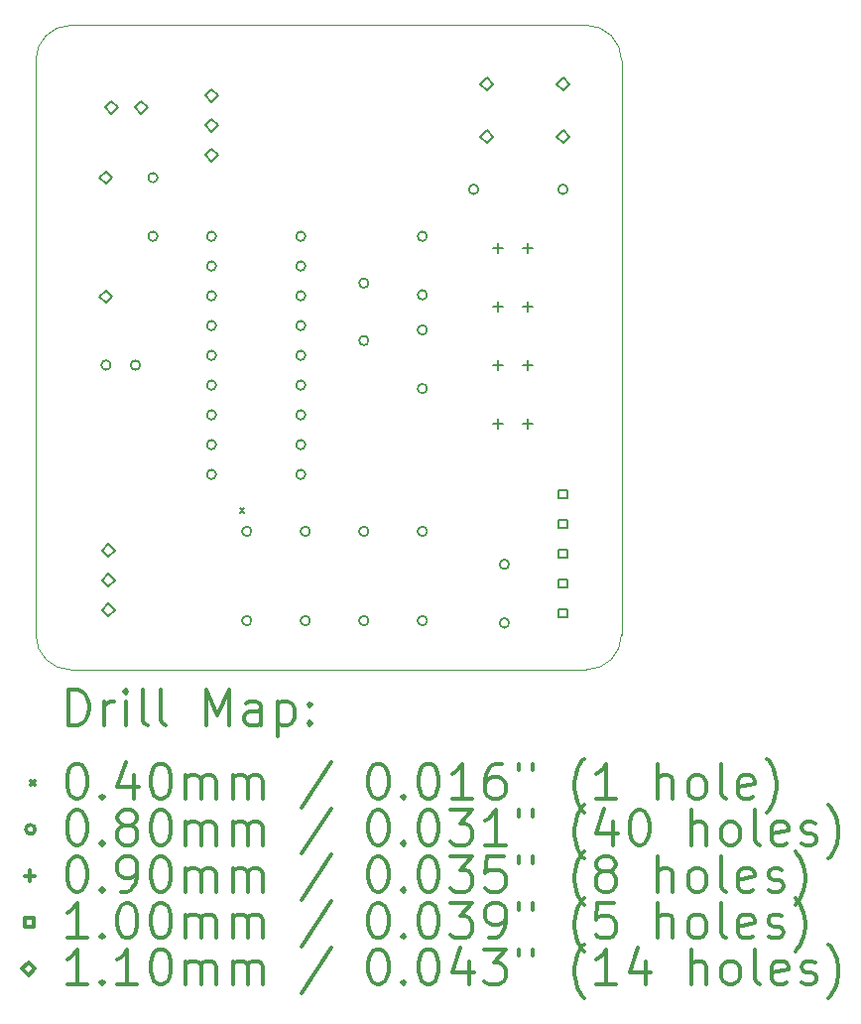
<source format=gbr>
%FSLAX45Y45*%
G04 Gerber Fmt 4.5, Leading zero omitted, Abs format (unit mm)*
G04 Created by KiCad (PCBNEW (5.1.9)-1) date 2021-08-22 04:22:46*
%MOMM*%
%LPD*%
G01*
G04 APERTURE LIST*
%TA.AperFunction,Profile*%
%ADD10C,0.100000*%
%TD*%
%ADD11C,0.200000*%
%ADD12C,0.300000*%
G04 APERTURE END LIST*
D10*
X11680000Y-11280000D02*
X11680000Y-6380000D01*
X16380000Y-11580000D02*
X11980000Y-11580000D01*
X11980000Y-6080000D02*
G75*
G03*
X11680000Y-6380000I0J-300000D01*
G01*
X16680000Y-6380000D02*
G75*
G03*
X16380000Y-6080000I-300000J0D01*
G01*
X11980000Y-6080000D02*
X16380000Y-6080000D01*
X16680000Y-11280000D02*
G75*
G02*
X16380000Y-11580000I-300000J0D01*
G01*
X16680000Y-6380000D02*
X16680000Y-11280000D01*
X11680000Y-11280000D02*
G75*
G03*
X11980000Y-11580000I300000J0D01*
G01*
D11*
X13420000Y-10200000D02*
X13460000Y-10240000D01*
X13460000Y-10200000D02*
X13420000Y-10240000D01*
X12320000Y-8980000D02*
G75*
G03*
X12320000Y-8980000I-40000J0D01*
G01*
X12570000Y-8980000D02*
G75*
G03*
X12570000Y-8980000I-40000J0D01*
G01*
X12720000Y-7380000D02*
G75*
G03*
X12720000Y-7380000I-40000J0D01*
G01*
X12720000Y-7880000D02*
G75*
G03*
X12720000Y-7880000I-40000J0D01*
G01*
X13220000Y-7880000D02*
G75*
G03*
X13220000Y-7880000I-40000J0D01*
G01*
X13220000Y-8134000D02*
G75*
G03*
X13220000Y-8134000I-40000J0D01*
G01*
X13220000Y-8388000D02*
G75*
G03*
X13220000Y-8388000I-40000J0D01*
G01*
X13220000Y-8642000D02*
G75*
G03*
X13220000Y-8642000I-40000J0D01*
G01*
X13220000Y-8896000D02*
G75*
G03*
X13220000Y-8896000I-40000J0D01*
G01*
X13220000Y-9150000D02*
G75*
G03*
X13220000Y-9150000I-40000J0D01*
G01*
X13220000Y-9404000D02*
G75*
G03*
X13220000Y-9404000I-40000J0D01*
G01*
X13220000Y-9658000D02*
G75*
G03*
X13220000Y-9658000I-40000J0D01*
G01*
X13220000Y-9912000D02*
G75*
G03*
X13220000Y-9912000I-40000J0D01*
G01*
X13520000Y-10398000D02*
G75*
G03*
X13520000Y-10398000I-40000J0D01*
G01*
X13520000Y-11160000D02*
G75*
G03*
X13520000Y-11160000I-40000J0D01*
G01*
X13982000Y-7880000D02*
G75*
G03*
X13982000Y-7880000I-40000J0D01*
G01*
X13982000Y-8134000D02*
G75*
G03*
X13982000Y-8134000I-40000J0D01*
G01*
X13982000Y-8388000D02*
G75*
G03*
X13982000Y-8388000I-40000J0D01*
G01*
X13982000Y-8642000D02*
G75*
G03*
X13982000Y-8642000I-40000J0D01*
G01*
X13982000Y-8896000D02*
G75*
G03*
X13982000Y-8896000I-40000J0D01*
G01*
X13982000Y-9150000D02*
G75*
G03*
X13982000Y-9150000I-40000J0D01*
G01*
X13982000Y-9404000D02*
G75*
G03*
X13982000Y-9404000I-40000J0D01*
G01*
X13982000Y-9658000D02*
G75*
G03*
X13982000Y-9658000I-40000J0D01*
G01*
X13982000Y-9912000D02*
G75*
G03*
X13982000Y-9912000I-40000J0D01*
G01*
X14020000Y-10398000D02*
G75*
G03*
X14020000Y-10398000I-40000J0D01*
G01*
X14020000Y-11160000D02*
G75*
G03*
X14020000Y-11160000I-40000J0D01*
G01*
X14520000Y-8280000D02*
G75*
G03*
X14520000Y-8280000I-40000J0D01*
G01*
X14520000Y-8770000D02*
G75*
G03*
X14520000Y-8770000I-40000J0D01*
G01*
X14520000Y-10398000D02*
G75*
G03*
X14520000Y-10398000I-40000J0D01*
G01*
X14520000Y-11160000D02*
G75*
G03*
X14520000Y-11160000I-40000J0D01*
G01*
X15020000Y-7880000D02*
G75*
G03*
X15020000Y-7880000I-40000J0D01*
G01*
X15020000Y-8380000D02*
G75*
G03*
X15020000Y-8380000I-40000J0D01*
G01*
X15020000Y-8680000D02*
G75*
G03*
X15020000Y-8680000I-40000J0D01*
G01*
X15020000Y-9180000D02*
G75*
G03*
X15020000Y-9180000I-40000J0D01*
G01*
X15020000Y-10398000D02*
G75*
G03*
X15020000Y-10398000I-40000J0D01*
G01*
X15020000Y-11160000D02*
G75*
G03*
X15020000Y-11160000I-40000J0D01*
G01*
X15458000Y-7480000D02*
G75*
G03*
X15458000Y-7480000I-40000J0D01*
G01*
X15720000Y-10680000D02*
G75*
G03*
X15720000Y-10680000I-40000J0D01*
G01*
X15720000Y-11180000D02*
G75*
G03*
X15720000Y-11180000I-40000J0D01*
G01*
X16220000Y-7480000D02*
G75*
G03*
X16220000Y-7480000I-40000J0D01*
G01*
X15626000Y-7935000D02*
X15626000Y-8025000D01*
X15581000Y-7980000D02*
X15671000Y-7980000D01*
X15626000Y-8435000D02*
X15626000Y-8525000D01*
X15581000Y-8480000D02*
X15671000Y-8480000D01*
X15626000Y-8935000D02*
X15626000Y-9025000D01*
X15581000Y-8980000D02*
X15671000Y-8980000D01*
X15626000Y-9435000D02*
X15626000Y-9525000D01*
X15581000Y-9480000D02*
X15671000Y-9480000D01*
X15880000Y-7935000D02*
X15880000Y-8025000D01*
X15835000Y-7980000D02*
X15925000Y-7980000D01*
X15880000Y-8435000D02*
X15880000Y-8525000D01*
X15835000Y-8480000D02*
X15925000Y-8480000D01*
X15880000Y-8935000D02*
X15880000Y-9025000D01*
X15835000Y-8980000D02*
X15925000Y-8980000D01*
X15880000Y-9435000D02*
X15880000Y-9525000D01*
X15835000Y-9480000D02*
X15925000Y-9480000D01*
X16215356Y-10115356D02*
X16215356Y-10044644D01*
X16144644Y-10044644D01*
X16144644Y-10115356D01*
X16215356Y-10115356D01*
X16215356Y-10369356D02*
X16215356Y-10298644D01*
X16144644Y-10298644D01*
X16144644Y-10369356D01*
X16215356Y-10369356D01*
X16215356Y-10623356D02*
X16215356Y-10552644D01*
X16144644Y-10552644D01*
X16144644Y-10623356D01*
X16215356Y-10623356D01*
X16215356Y-10877356D02*
X16215356Y-10806644D01*
X16144644Y-10806644D01*
X16144644Y-10877356D01*
X16215356Y-10877356D01*
X16215356Y-11131356D02*
X16215356Y-11060644D01*
X16144644Y-11060644D01*
X16144644Y-11131356D01*
X16215356Y-11131356D01*
X12280000Y-7435000D02*
X12335000Y-7380000D01*
X12280000Y-7325000D01*
X12225000Y-7380000D01*
X12280000Y-7435000D01*
X12280000Y-8451000D02*
X12335000Y-8396000D01*
X12280000Y-8341000D01*
X12225000Y-8396000D01*
X12280000Y-8451000D01*
X12300000Y-10615000D02*
X12355000Y-10560000D01*
X12300000Y-10505000D01*
X12245000Y-10560000D01*
X12300000Y-10615000D01*
X12300000Y-10869000D02*
X12355000Y-10814000D01*
X12300000Y-10759000D01*
X12245000Y-10814000D01*
X12300000Y-10869000D01*
X12300000Y-11123000D02*
X12355000Y-11068000D01*
X12300000Y-11013000D01*
X12245000Y-11068000D01*
X12300000Y-11123000D01*
X12326000Y-6835000D02*
X12381000Y-6780000D01*
X12326000Y-6725000D01*
X12271000Y-6780000D01*
X12326000Y-6835000D01*
X12580000Y-6835000D02*
X12635000Y-6780000D01*
X12580000Y-6725000D01*
X12525000Y-6780000D01*
X12580000Y-6835000D01*
X13180000Y-6735000D02*
X13235000Y-6680000D01*
X13180000Y-6625000D01*
X13125000Y-6680000D01*
X13180000Y-6735000D01*
X13180000Y-6989000D02*
X13235000Y-6934000D01*
X13180000Y-6879000D01*
X13125000Y-6934000D01*
X13180000Y-6989000D01*
X13180000Y-7243000D02*
X13235000Y-7188000D01*
X13180000Y-7133000D01*
X13125000Y-7188000D01*
X13180000Y-7243000D01*
X15530000Y-6635000D02*
X15585000Y-6580000D01*
X15530000Y-6525000D01*
X15475000Y-6580000D01*
X15530000Y-6635000D01*
X15530000Y-7085000D02*
X15585000Y-7030000D01*
X15530000Y-6975000D01*
X15475000Y-7030000D01*
X15530000Y-7085000D01*
X16180000Y-6635000D02*
X16235000Y-6580000D01*
X16180000Y-6525000D01*
X16125000Y-6580000D01*
X16180000Y-6635000D01*
X16180000Y-7085000D02*
X16235000Y-7030000D01*
X16180000Y-6975000D01*
X16125000Y-7030000D01*
X16180000Y-7085000D01*
D12*
X11961428Y-12050714D02*
X11961428Y-11750714D01*
X12032857Y-11750714D01*
X12075714Y-11765000D01*
X12104286Y-11793571D01*
X12118571Y-11822143D01*
X12132857Y-11879286D01*
X12132857Y-11922143D01*
X12118571Y-11979286D01*
X12104286Y-12007857D01*
X12075714Y-12036429D01*
X12032857Y-12050714D01*
X11961428Y-12050714D01*
X12261428Y-12050714D02*
X12261428Y-11850714D01*
X12261428Y-11907857D02*
X12275714Y-11879286D01*
X12290000Y-11865000D01*
X12318571Y-11850714D01*
X12347143Y-11850714D01*
X12447143Y-12050714D02*
X12447143Y-11850714D01*
X12447143Y-11750714D02*
X12432857Y-11765000D01*
X12447143Y-11779286D01*
X12461428Y-11765000D01*
X12447143Y-11750714D01*
X12447143Y-11779286D01*
X12632857Y-12050714D02*
X12604286Y-12036429D01*
X12590000Y-12007857D01*
X12590000Y-11750714D01*
X12790000Y-12050714D02*
X12761428Y-12036429D01*
X12747143Y-12007857D01*
X12747143Y-11750714D01*
X13132857Y-12050714D02*
X13132857Y-11750714D01*
X13232857Y-11965000D01*
X13332857Y-11750714D01*
X13332857Y-12050714D01*
X13604286Y-12050714D02*
X13604286Y-11893571D01*
X13590000Y-11865000D01*
X13561428Y-11850714D01*
X13504286Y-11850714D01*
X13475714Y-11865000D01*
X13604286Y-12036429D02*
X13575714Y-12050714D01*
X13504286Y-12050714D01*
X13475714Y-12036429D01*
X13461428Y-12007857D01*
X13461428Y-11979286D01*
X13475714Y-11950714D01*
X13504286Y-11936429D01*
X13575714Y-11936429D01*
X13604286Y-11922143D01*
X13747143Y-11850714D02*
X13747143Y-12150714D01*
X13747143Y-11865000D02*
X13775714Y-11850714D01*
X13832857Y-11850714D01*
X13861428Y-11865000D01*
X13875714Y-11879286D01*
X13890000Y-11907857D01*
X13890000Y-11993571D01*
X13875714Y-12022143D01*
X13861428Y-12036429D01*
X13832857Y-12050714D01*
X13775714Y-12050714D01*
X13747143Y-12036429D01*
X14018571Y-12022143D02*
X14032857Y-12036429D01*
X14018571Y-12050714D01*
X14004286Y-12036429D01*
X14018571Y-12022143D01*
X14018571Y-12050714D01*
X14018571Y-11865000D02*
X14032857Y-11879286D01*
X14018571Y-11893571D01*
X14004286Y-11879286D01*
X14018571Y-11865000D01*
X14018571Y-11893571D01*
X11635000Y-12525000D02*
X11675000Y-12565000D01*
X11675000Y-12525000D02*
X11635000Y-12565000D01*
X12018571Y-12380714D02*
X12047143Y-12380714D01*
X12075714Y-12395000D01*
X12090000Y-12409286D01*
X12104286Y-12437857D01*
X12118571Y-12495000D01*
X12118571Y-12566429D01*
X12104286Y-12623571D01*
X12090000Y-12652143D01*
X12075714Y-12666429D01*
X12047143Y-12680714D01*
X12018571Y-12680714D01*
X11990000Y-12666429D01*
X11975714Y-12652143D01*
X11961428Y-12623571D01*
X11947143Y-12566429D01*
X11947143Y-12495000D01*
X11961428Y-12437857D01*
X11975714Y-12409286D01*
X11990000Y-12395000D01*
X12018571Y-12380714D01*
X12247143Y-12652143D02*
X12261428Y-12666429D01*
X12247143Y-12680714D01*
X12232857Y-12666429D01*
X12247143Y-12652143D01*
X12247143Y-12680714D01*
X12518571Y-12480714D02*
X12518571Y-12680714D01*
X12447143Y-12366429D02*
X12375714Y-12580714D01*
X12561428Y-12580714D01*
X12732857Y-12380714D02*
X12761428Y-12380714D01*
X12790000Y-12395000D01*
X12804286Y-12409286D01*
X12818571Y-12437857D01*
X12832857Y-12495000D01*
X12832857Y-12566429D01*
X12818571Y-12623571D01*
X12804286Y-12652143D01*
X12790000Y-12666429D01*
X12761428Y-12680714D01*
X12732857Y-12680714D01*
X12704286Y-12666429D01*
X12690000Y-12652143D01*
X12675714Y-12623571D01*
X12661428Y-12566429D01*
X12661428Y-12495000D01*
X12675714Y-12437857D01*
X12690000Y-12409286D01*
X12704286Y-12395000D01*
X12732857Y-12380714D01*
X12961428Y-12680714D02*
X12961428Y-12480714D01*
X12961428Y-12509286D02*
X12975714Y-12495000D01*
X13004286Y-12480714D01*
X13047143Y-12480714D01*
X13075714Y-12495000D01*
X13090000Y-12523571D01*
X13090000Y-12680714D01*
X13090000Y-12523571D02*
X13104286Y-12495000D01*
X13132857Y-12480714D01*
X13175714Y-12480714D01*
X13204286Y-12495000D01*
X13218571Y-12523571D01*
X13218571Y-12680714D01*
X13361428Y-12680714D02*
X13361428Y-12480714D01*
X13361428Y-12509286D02*
X13375714Y-12495000D01*
X13404286Y-12480714D01*
X13447143Y-12480714D01*
X13475714Y-12495000D01*
X13490000Y-12523571D01*
X13490000Y-12680714D01*
X13490000Y-12523571D02*
X13504286Y-12495000D01*
X13532857Y-12480714D01*
X13575714Y-12480714D01*
X13604286Y-12495000D01*
X13618571Y-12523571D01*
X13618571Y-12680714D01*
X14204286Y-12366429D02*
X13947143Y-12752143D01*
X14590000Y-12380714D02*
X14618571Y-12380714D01*
X14647143Y-12395000D01*
X14661428Y-12409286D01*
X14675714Y-12437857D01*
X14690000Y-12495000D01*
X14690000Y-12566429D01*
X14675714Y-12623571D01*
X14661428Y-12652143D01*
X14647143Y-12666429D01*
X14618571Y-12680714D01*
X14590000Y-12680714D01*
X14561428Y-12666429D01*
X14547143Y-12652143D01*
X14532857Y-12623571D01*
X14518571Y-12566429D01*
X14518571Y-12495000D01*
X14532857Y-12437857D01*
X14547143Y-12409286D01*
X14561428Y-12395000D01*
X14590000Y-12380714D01*
X14818571Y-12652143D02*
X14832857Y-12666429D01*
X14818571Y-12680714D01*
X14804286Y-12666429D01*
X14818571Y-12652143D01*
X14818571Y-12680714D01*
X15018571Y-12380714D02*
X15047143Y-12380714D01*
X15075714Y-12395000D01*
X15090000Y-12409286D01*
X15104286Y-12437857D01*
X15118571Y-12495000D01*
X15118571Y-12566429D01*
X15104286Y-12623571D01*
X15090000Y-12652143D01*
X15075714Y-12666429D01*
X15047143Y-12680714D01*
X15018571Y-12680714D01*
X14990000Y-12666429D01*
X14975714Y-12652143D01*
X14961428Y-12623571D01*
X14947143Y-12566429D01*
X14947143Y-12495000D01*
X14961428Y-12437857D01*
X14975714Y-12409286D01*
X14990000Y-12395000D01*
X15018571Y-12380714D01*
X15404286Y-12680714D02*
X15232857Y-12680714D01*
X15318571Y-12680714D02*
X15318571Y-12380714D01*
X15290000Y-12423571D01*
X15261428Y-12452143D01*
X15232857Y-12466429D01*
X15661428Y-12380714D02*
X15604286Y-12380714D01*
X15575714Y-12395000D01*
X15561428Y-12409286D01*
X15532857Y-12452143D01*
X15518571Y-12509286D01*
X15518571Y-12623571D01*
X15532857Y-12652143D01*
X15547143Y-12666429D01*
X15575714Y-12680714D01*
X15632857Y-12680714D01*
X15661428Y-12666429D01*
X15675714Y-12652143D01*
X15690000Y-12623571D01*
X15690000Y-12552143D01*
X15675714Y-12523571D01*
X15661428Y-12509286D01*
X15632857Y-12495000D01*
X15575714Y-12495000D01*
X15547143Y-12509286D01*
X15532857Y-12523571D01*
X15518571Y-12552143D01*
X15804286Y-12380714D02*
X15804286Y-12437857D01*
X15918571Y-12380714D02*
X15918571Y-12437857D01*
X16361428Y-12795000D02*
X16347143Y-12780714D01*
X16318571Y-12737857D01*
X16304286Y-12709286D01*
X16290000Y-12666429D01*
X16275714Y-12595000D01*
X16275714Y-12537857D01*
X16290000Y-12466429D01*
X16304286Y-12423571D01*
X16318571Y-12395000D01*
X16347143Y-12352143D01*
X16361428Y-12337857D01*
X16632857Y-12680714D02*
X16461428Y-12680714D01*
X16547143Y-12680714D02*
X16547143Y-12380714D01*
X16518571Y-12423571D01*
X16490000Y-12452143D01*
X16461428Y-12466429D01*
X16990000Y-12680714D02*
X16990000Y-12380714D01*
X17118571Y-12680714D02*
X17118571Y-12523571D01*
X17104286Y-12495000D01*
X17075714Y-12480714D01*
X17032857Y-12480714D01*
X17004286Y-12495000D01*
X16990000Y-12509286D01*
X17304286Y-12680714D02*
X17275714Y-12666429D01*
X17261428Y-12652143D01*
X17247143Y-12623571D01*
X17247143Y-12537857D01*
X17261428Y-12509286D01*
X17275714Y-12495000D01*
X17304286Y-12480714D01*
X17347143Y-12480714D01*
X17375714Y-12495000D01*
X17390000Y-12509286D01*
X17404286Y-12537857D01*
X17404286Y-12623571D01*
X17390000Y-12652143D01*
X17375714Y-12666429D01*
X17347143Y-12680714D01*
X17304286Y-12680714D01*
X17575714Y-12680714D02*
X17547143Y-12666429D01*
X17532857Y-12637857D01*
X17532857Y-12380714D01*
X17804286Y-12666429D02*
X17775714Y-12680714D01*
X17718571Y-12680714D01*
X17690000Y-12666429D01*
X17675714Y-12637857D01*
X17675714Y-12523571D01*
X17690000Y-12495000D01*
X17718571Y-12480714D01*
X17775714Y-12480714D01*
X17804286Y-12495000D01*
X17818571Y-12523571D01*
X17818571Y-12552143D01*
X17675714Y-12580714D01*
X17918571Y-12795000D02*
X17932857Y-12780714D01*
X17961428Y-12737857D01*
X17975714Y-12709286D01*
X17990000Y-12666429D01*
X18004286Y-12595000D01*
X18004286Y-12537857D01*
X17990000Y-12466429D01*
X17975714Y-12423571D01*
X17961428Y-12395000D01*
X17932857Y-12352143D01*
X17918571Y-12337857D01*
X11675000Y-12941000D02*
G75*
G03*
X11675000Y-12941000I-40000J0D01*
G01*
X12018571Y-12776714D02*
X12047143Y-12776714D01*
X12075714Y-12791000D01*
X12090000Y-12805286D01*
X12104286Y-12833857D01*
X12118571Y-12891000D01*
X12118571Y-12962429D01*
X12104286Y-13019571D01*
X12090000Y-13048143D01*
X12075714Y-13062429D01*
X12047143Y-13076714D01*
X12018571Y-13076714D01*
X11990000Y-13062429D01*
X11975714Y-13048143D01*
X11961428Y-13019571D01*
X11947143Y-12962429D01*
X11947143Y-12891000D01*
X11961428Y-12833857D01*
X11975714Y-12805286D01*
X11990000Y-12791000D01*
X12018571Y-12776714D01*
X12247143Y-13048143D02*
X12261428Y-13062429D01*
X12247143Y-13076714D01*
X12232857Y-13062429D01*
X12247143Y-13048143D01*
X12247143Y-13076714D01*
X12432857Y-12905286D02*
X12404286Y-12891000D01*
X12390000Y-12876714D01*
X12375714Y-12848143D01*
X12375714Y-12833857D01*
X12390000Y-12805286D01*
X12404286Y-12791000D01*
X12432857Y-12776714D01*
X12490000Y-12776714D01*
X12518571Y-12791000D01*
X12532857Y-12805286D01*
X12547143Y-12833857D01*
X12547143Y-12848143D01*
X12532857Y-12876714D01*
X12518571Y-12891000D01*
X12490000Y-12905286D01*
X12432857Y-12905286D01*
X12404286Y-12919571D01*
X12390000Y-12933857D01*
X12375714Y-12962429D01*
X12375714Y-13019571D01*
X12390000Y-13048143D01*
X12404286Y-13062429D01*
X12432857Y-13076714D01*
X12490000Y-13076714D01*
X12518571Y-13062429D01*
X12532857Y-13048143D01*
X12547143Y-13019571D01*
X12547143Y-12962429D01*
X12532857Y-12933857D01*
X12518571Y-12919571D01*
X12490000Y-12905286D01*
X12732857Y-12776714D02*
X12761428Y-12776714D01*
X12790000Y-12791000D01*
X12804286Y-12805286D01*
X12818571Y-12833857D01*
X12832857Y-12891000D01*
X12832857Y-12962429D01*
X12818571Y-13019571D01*
X12804286Y-13048143D01*
X12790000Y-13062429D01*
X12761428Y-13076714D01*
X12732857Y-13076714D01*
X12704286Y-13062429D01*
X12690000Y-13048143D01*
X12675714Y-13019571D01*
X12661428Y-12962429D01*
X12661428Y-12891000D01*
X12675714Y-12833857D01*
X12690000Y-12805286D01*
X12704286Y-12791000D01*
X12732857Y-12776714D01*
X12961428Y-13076714D02*
X12961428Y-12876714D01*
X12961428Y-12905286D02*
X12975714Y-12891000D01*
X13004286Y-12876714D01*
X13047143Y-12876714D01*
X13075714Y-12891000D01*
X13090000Y-12919571D01*
X13090000Y-13076714D01*
X13090000Y-12919571D02*
X13104286Y-12891000D01*
X13132857Y-12876714D01*
X13175714Y-12876714D01*
X13204286Y-12891000D01*
X13218571Y-12919571D01*
X13218571Y-13076714D01*
X13361428Y-13076714D02*
X13361428Y-12876714D01*
X13361428Y-12905286D02*
X13375714Y-12891000D01*
X13404286Y-12876714D01*
X13447143Y-12876714D01*
X13475714Y-12891000D01*
X13490000Y-12919571D01*
X13490000Y-13076714D01*
X13490000Y-12919571D02*
X13504286Y-12891000D01*
X13532857Y-12876714D01*
X13575714Y-12876714D01*
X13604286Y-12891000D01*
X13618571Y-12919571D01*
X13618571Y-13076714D01*
X14204286Y-12762429D02*
X13947143Y-13148143D01*
X14590000Y-12776714D02*
X14618571Y-12776714D01*
X14647143Y-12791000D01*
X14661428Y-12805286D01*
X14675714Y-12833857D01*
X14690000Y-12891000D01*
X14690000Y-12962429D01*
X14675714Y-13019571D01*
X14661428Y-13048143D01*
X14647143Y-13062429D01*
X14618571Y-13076714D01*
X14590000Y-13076714D01*
X14561428Y-13062429D01*
X14547143Y-13048143D01*
X14532857Y-13019571D01*
X14518571Y-12962429D01*
X14518571Y-12891000D01*
X14532857Y-12833857D01*
X14547143Y-12805286D01*
X14561428Y-12791000D01*
X14590000Y-12776714D01*
X14818571Y-13048143D02*
X14832857Y-13062429D01*
X14818571Y-13076714D01*
X14804286Y-13062429D01*
X14818571Y-13048143D01*
X14818571Y-13076714D01*
X15018571Y-12776714D02*
X15047143Y-12776714D01*
X15075714Y-12791000D01*
X15090000Y-12805286D01*
X15104286Y-12833857D01*
X15118571Y-12891000D01*
X15118571Y-12962429D01*
X15104286Y-13019571D01*
X15090000Y-13048143D01*
X15075714Y-13062429D01*
X15047143Y-13076714D01*
X15018571Y-13076714D01*
X14990000Y-13062429D01*
X14975714Y-13048143D01*
X14961428Y-13019571D01*
X14947143Y-12962429D01*
X14947143Y-12891000D01*
X14961428Y-12833857D01*
X14975714Y-12805286D01*
X14990000Y-12791000D01*
X15018571Y-12776714D01*
X15218571Y-12776714D02*
X15404286Y-12776714D01*
X15304286Y-12891000D01*
X15347143Y-12891000D01*
X15375714Y-12905286D01*
X15390000Y-12919571D01*
X15404286Y-12948143D01*
X15404286Y-13019571D01*
X15390000Y-13048143D01*
X15375714Y-13062429D01*
X15347143Y-13076714D01*
X15261428Y-13076714D01*
X15232857Y-13062429D01*
X15218571Y-13048143D01*
X15690000Y-13076714D02*
X15518571Y-13076714D01*
X15604286Y-13076714D02*
X15604286Y-12776714D01*
X15575714Y-12819571D01*
X15547143Y-12848143D01*
X15518571Y-12862429D01*
X15804286Y-12776714D02*
X15804286Y-12833857D01*
X15918571Y-12776714D02*
X15918571Y-12833857D01*
X16361428Y-13191000D02*
X16347143Y-13176714D01*
X16318571Y-13133857D01*
X16304286Y-13105286D01*
X16290000Y-13062429D01*
X16275714Y-12991000D01*
X16275714Y-12933857D01*
X16290000Y-12862429D01*
X16304286Y-12819571D01*
X16318571Y-12791000D01*
X16347143Y-12748143D01*
X16361428Y-12733857D01*
X16604286Y-12876714D02*
X16604286Y-13076714D01*
X16532857Y-12762429D02*
X16461428Y-12976714D01*
X16647143Y-12976714D01*
X16818571Y-12776714D02*
X16847143Y-12776714D01*
X16875714Y-12791000D01*
X16890000Y-12805286D01*
X16904286Y-12833857D01*
X16918571Y-12891000D01*
X16918571Y-12962429D01*
X16904286Y-13019571D01*
X16890000Y-13048143D01*
X16875714Y-13062429D01*
X16847143Y-13076714D01*
X16818571Y-13076714D01*
X16790000Y-13062429D01*
X16775714Y-13048143D01*
X16761428Y-13019571D01*
X16747143Y-12962429D01*
X16747143Y-12891000D01*
X16761428Y-12833857D01*
X16775714Y-12805286D01*
X16790000Y-12791000D01*
X16818571Y-12776714D01*
X17275714Y-13076714D02*
X17275714Y-12776714D01*
X17404286Y-13076714D02*
X17404286Y-12919571D01*
X17390000Y-12891000D01*
X17361428Y-12876714D01*
X17318571Y-12876714D01*
X17290000Y-12891000D01*
X17275714Y-12905286D01*
X17590000Y-13076714D02*
X17561428Y-13062429D01*
X17547143Y-13048143D01*
X17532857Y-13019571D01*
X17532857Y-12933857D01*
X17547143Y-12905286D01*
X17561428Y-12891000D01*
X17590000Y-12876714D01*
X17632857Y-12876714D01*
X17661428Y-12891000D01*
X17675714Y-12905286D01*
X17690000Y-12933857D01*
X17690000Y-13019571D01*
X17675714Y-13048143D01*
X17661428Y-13062429D01*
X17632857Y-13076714D01*
X17590000Y-13076714D01*
X17861428Y-13076714D02*
X17832857Y-13062429D01*
X17818571Y-13033857D01*
X17818571Y-12776714D01*
X18090000Y-13062429D02*
X18061428Y-13076714D01*
X18004286Y-13076714D01*
X17975714Y-13062429D01*
X17961428Y-13033857D01*
X17961428Y-12919571D01*
X17975714Y-12891000D01*
X18004286Y-12876714D01*
X18061428Y-12876714D01*
X18090000Y-12891000D01*
X18104286Y-12919571D01*
X18104286Y-12948143D01*
X17961428Y-12976714D01*
X18218571Y-13062429D02*
X18247143Y-13076714D01*
X18304286Y-13076714D01*
X18332857Y-13062429D01*
X18347143Y-13033857D01*
X18347143Y-13019571D01*
X18332857Y-12991000D01*
X18304286Y-12976714D01*
X18261428Y-12976714D01*
X18232857Y-12962429D01*
X18218571Y-12933857D01*
X18218571Y-12919571D01*
X18232857Y-12891000D01*
X18261428Y-12876714D01*
X18304286Y-12876714D01*
X18332857Y-12891000D01*
X18447143Y-13191000D02*
X18461428Y-13176714D01*
X18490000Y-13133857D01*
X18504286Y-13105286D01*
X18518571Y-13062429D01*
X18532857Y-12991000D01*
X18532857Y-12933857D01*
X18518571Y-12862429D01*
X18504286Y-12819571D01*
X18490000Y-12791000D01*
X18461428Y-12748143D01*
X18447143Y-12733857D01*
X11630000Y-13292000D02*
X11630000Y-13382000D01*
X11585000Y-13337000D02*
X11675000Y-13337000D01*
X12018571Y-13172714D02*
X12047143Y-13172714D01*
X12075714Y-13187000D01*
X12090000Y-13201286D01*
X12104286Y-13229857D01*
X12118571Y-13287000D01*
X12118571Y-13358429D01*
X12104286Y-13415571D01*
X12090000Y-13444143D01*
X12075714Y-13458429D01*
X12047143Y-13472714D01*
X12018571Y-13472714D01*
X11990000Y-13458429D01*
X11975714Y-13444143D01*
X11961428Y-13415571D01*
X11947143Y-13358429D01*
X11947143Y-13287000D01*
X11961428Y-13229857D01*
X11975714Y-13201286D01*
X11990000Y-13187000D01*
X12018571Y-13172714D01*
X12247143Y-13444143D02*
X12261428Y-13458429D01*
X12247143Y-13472714D01*
X12232857Y-13458429D01*
X12247143Y-13444143D01*
X12247143Y-13472714D01*
X12404286Y-13472714D02*
X12461428Y-13472714D01*
X12490000Y-13458429D01*
X12504286Y-13444143D01*
X12532857Y-13401286D01*
X12547143Y-13344143D01*
X12547143Y-13229857D01*
X12532857Y-13201286D01*
X12518571Y-13187000D01*
X12490000Y-13172714D01*
X12432857Y-13172714D01*
X12404286Y-13187000D01*
X12390000Y-13201286D01*
X12375714Y-13229857D01*
X12375714Y-13301286D01*
X12390000Y-13329857D01*
X12404286Y-13344143D01*
X12432857Y-13358429D01*
X12490000Y-13358429D01*
X12518571Y-13344143D01*
X12532857Y-13329857D01*
X12547143Y-13301286D01*
X12732857Y-13172714D02*
X12761428Y-13172714D01*
X12790000Y-13187000D01*
X12804286Y-13201286D01*
X12818571Y-13229857D01*
X12832857Y-13287000D01*
X12832857Y-13358429D01*
X12818571Y-13415571D01*
X12804286Y-13444143D01*
X12790000Y-13458429D01*
X12761428Y-13472714D01*
X12732857Y-13472714D01*
X12704286Y-13458429D01*
X12690000Y-13444143D01*
X12675714Y-13415571D01*
X12661428Y-13358429D01*
X12661428Y-13287000D01*
X12675714Y-13229857D01*
X12690000Y-13201286D01*
X12704286Y-13187000D01*
X12732857Y-13172714D01*
X12961428Y-13472714D02*
X12961428Y-13272714D01*
X12961428Y-13301286D02*
X12975714Y-13287000D01*
X13004286Y-13272714D01*
X13047143Y-13272714D01*
X13075714Y-13287000D01*
X13090000Y-13315571D01*
X13090000Y-13472714D01*
X13090000Y-13315571D02*
X13104286Y-13287000D01*
X13132857Y-13272714D01*
X13175714Y-13272714D01*
X13204286Y-13287000D01*
X13218571Y-13315571D01*
X13218571Y-13472714D01*
X13361428Y-13472714D02*
X13361428Y-13272714D01*
X13361428Y-13301286D02*
X13375714Y-13287000D01*
X13404286Y-13272714D01*
X13447143Y-13272714D01*
X13475714Y-13287000D01*
X13490000Y-13315571D01*
X13490000Y-13472714D01*
X13490000Y-13315571D02*
X13504286Y-13287000D01*
X13532857Y-13272714D01*
X13575714Y-13272714D01*
X13604286Y-13287000D01*
X13618571Y-13315571D01*
X13618571Y-13472714D01*
X14204286Y-13158429D02*
X13947143Y-13544143D01*
X14590000Y-13172714D02*
X14618571Y-13172714D01*
X14647143Y-13187000D01*
X14661428Y-13201286D01*
X14675714Y-13229857D01*
X14690000Y-13287000D01*
X14690000Y-13358429D01*
X14675714Y-13415571D01*
X14661428Y-13444143D01*
X14647143Y-13458429D01*
X14618571Y-13472714D01*
X14590000Y-13472714D01*
X14561428Y-13458429D01*
X14547143Y-13444143D01*
X14532857Y-13415571D01*
X14518571Y-13358429D01*
X14518571Y-13287000D01*
X14532857Y-13229857D01*
X14547143Y-13201286D01*
X14561428Y-13187000D01*
X14590000Y-13172714D01*
X14818571Y-13444143D02*
X14832857Y-13458429D01*
X14818571Y-13472714D01*
X14804286Y-13458429D01*
X14818571Y-13444143D01*
X14818571Y-13472714D01*
X15018571Y-13172714D02*
X15047143Y-13172714D01*
X15075714Y-13187000D01*
X15090000Y-13201286D01*
X15104286Y-13229857D01*
X15118571Y-13287000D01*
X15118571Y-13358429D01*
X15104286Y-13415571D01*
X15090000Y-13444143D01*
X15075714Y-13458429D01*
X15047143Y-13472714D01*
X15018571Y-13472714D01*
X14990000Y-13458429D01*
X14975714Y-13444143D01*
X14961428Y-13415571D01*
X14947143Y-13358429D01*
X14947143Y-13287000D01*
X14961428Y-13229857D01*
X14975714Y-13201286D01*
X14990000Y-13187000D01*
X15018571Y-13172714D01*
X15218571Y-13172714D02*
X15404286Y-13172714D01*
X15304286Y-13287000D01*
X15347143Y-13287000D01*
X15375714Y-13301286D01*
X15390000Y-13315571D01*
X15404286Y-13344143D01*
X15404286Y-13415571D01*
X15390000Y-13444143D01*
X15375714Y-13458429D01*
X15347143Y-13472714D01*
X15261428Y-13472714D01*
X15232857Y-13458429D01*
X15218571Y-13444143D01*
X15675714Y-13172714D02*
X15532857Y-13172714D01*
X15518571Y-13315571D01*
X15532857Y-13301286D01*
X15561428Y-13287000D01*
X15632857Y-13287000D01*
X15661428Y-13301286D01*
X15675714Y-13315571D01*
X15690000Y-13344143D01*
X15690000Y-13415571D01*
X15675714Y-13444143D01*
X15661428Y-13458429D01*
X15632857Y-13472714D01*
X15561428Y-13472714D01*
X15532857Y-13458429D01*
X15518571Y-13444143D01*
X15804286Y-13172714D02*
X15804286Y-13229857D01*
X15918571Y-13172714D02*
X15918571Y-13229857D01*
X16361428Y-13587000D02*
X16347143Y-13572714D01*
X16318571Y-13529857D01*
X16304286Y-13501286D01*
X16290000Y-13458429D01*
X16275714Y-13387000D01*
X16275714Y-13329857D01*
X16290000Y-13258429D01*
X16304286Y-13215571D01*
X16318571Y-13187000D01*
X16347143Y-13144143D01*
X16361428Y-13129857D01*
X16518571Y-13301286D02*
X16490000Y-13287000D01*
X16475714Y-13272714D01*
X16461428Y-13244143D01*
X16461428Y-13229857D01*
X16475714Y-13201286D01*
X16490000Y-13187000D01*
X16518571Y-13172714D01*
X16575714Y-13172714D01*
X16604286Y-13187000D01*
X16618571Y-13201286D01*
X16632857Y-13229857D01*
X16632857Y-13244143D01*
X16618571Y-13272714D01*
X16604286Y-13287000D01*
X16575714Y-13301286D01*
X16518571Y-13301286D01*
X16490000Y-13315571D01*
X16475714Y-13329857D01*
X16461428Y-13358429D01*
X16461428Y-13415571D01*
X16475714Y-13444143D01*
X16490000Y-13458429D01*
X16518571Y-13472714D01*
X16575714Y-13472714D01*
X16604286Y-13458429D01*
X16618571Y-13444143D01*
X16632857Y-13415571D01*
X16632857Y-13358429D01*
X16618571Y-13329857D01*
X16604286Y-13315571D01*
X16575714Y-13301286D01*
X16990000Y-13472714D02*
X16990000Y-13172714D01*
X17118571Y-13472714D02*
X17118571Y-13315571D01*
X17104286Y-13287000D01*
X17075714Y-13272714D01*
X17032857Y-13272714D01*
X17004286Y-13287000D01*
X16990000Y-13301286D01*
X17304286Y-13472714D02*
X17275714Y-13458429D01*
X17261428Y-13444143D01*
X17247143Y-13415571D01*
X17247143Y-13329857D01*
X17261428Y-13301286D01*
X17275714Y-13287000D01*
X17304286Y-13272714D01*
X17347143Y-13272714D01*
X17375714Y-13287000D01*
X17390000Y-13301286D01*
X17404286Y-13329857D01*
X17404286Y-13415571D01*
X17390000Y-13444143D01*
X17375714Y-13458429D01*
X17347143Y-13472714D01*
X17304286Y-13472714D01*
X17575714Y-13472714D02*
X17547143Y-13458429D01*
X17532857Y-13429857D01*
X17532857Y-13172714D01*
X17804286Y-13458429D02*
X17775714Y-13472714D01*
X17718571Y-13472714D01*
X17690000Y-13458429D01*
X17675714Y-13429857D01*
X17675714Y-13315571D01*
X17690000Y-13287000D01*
X17718571Y-13272714D01*
X17775714Y-13272714D01*
X17804286Y-13287000D01*
X17818571Y-13315571D01*
X17818571Y-13344143D01*
X17675714Y-13372714D01*
X17932857Y-13458429D02*
X17961428Y-13472714D01*
X18018571Y-13472714D01*
X18047143Y-13458429D01*
X18061428Y-13429857D01*
X18061428Y-13415571D01*
X18047143Y-13387000D01*
X18018571Y-13372714D01*
X17975714Y-13372714D01*
X17947143Y-13358429D01*
X17932857Y-13329857D01*
X17932857Y-13315571D01*
X17947143Y-13287000D01*
X17975714Y-13272714D01*
X18018571Y-13272714D01*
X18047143Y-13287000D01*
X18161428Y-13587000D02*
X18175714Y-13572714D01*
X18204286Y-13529857D01*
X18218571Y-13501286D01*
X18232857Y-13458429D01*
X18247143Y-13387000D01*
X18247143Y-13329857D01*
X18232857Y-13258429D01*
X18218571Y-13215571D01*
X18204286Y-13187000D01*
X18175714Y-13144143D01*
X18161428Y-13129857D01*
X11660356Y-13768356D02*
X11660356Y-13697644D01*
X11589644Y-13697644D01*
X11589644Y-13768356D01*
X11660356Y-13768356D01*
X12118571Y-13868714D02*
X11947143Y-13868714D01*
X12032857Y-13868714D02*
X12032857Y-13568714D01*
X12004286Y-13611571D01*
X11975714Y-13640143D01*
X11947143Y-13654429D01*
X12247143Y-13840143D02*
X12261428Y-13854429D01*
X12247143Y-13868714D01*
X12232857Y-13854429D01*
X12247143Y-13840143D01*
X12247143Y-13868714D01*
X12447143Y-13568714D02*
X12475714Y-13568714D01*
X12504286Y-13583000D01*
X12518571Y-13597286D01*
X12532857Y-13625857D01*
X12547143Y-13683000D01*
X12547143Y-13754429D01*
X12532857Y-13811571D01*
X12518571Y-13840143D01*
X12504286Y-13854429D01*
X12475714Y-13868714D01*
X12447143Y-13868714D01*
X12418571Y-13854429D01*
X12404286Y-13840143D01*
X12390000Y-13811571D01*
X12375714Y-13754429D01*
X12375714Y-13683000D01*
X12390000Y-13625857D01*
X12404286Y-13597286D01*
X12418571Y-13583000D01*
X12447143Y-13568714D01*
X12732857Y-13568714D02*
X12761428Y-13568714D01*
X12790000Y-13583000D01*
X12804286Y-13597286D01*
X12818571Y-13625857D01*
X12832857Y-13683000D01*
X12832857Y-13754429D01*
X12818571Y-13811571D01*
X12804286Y-13840143D01*
X12790000Y-13854429D01*
X12761428Y-13868714D01*
X12732857Y-13868714D01*
X12704286Y-13854429D01*
X12690000Y-13840143D01*
X12675714Y-13811571D01*
X12661428Y-13754429D01*
X12661428Y-13683000D01*
X12675714Y-13625857D01*
X12690000Y-13597286D01*
X12704286Y-13583000D01*
X12732857Y-13568714D01*
X12961428Y-13868714D02*
X12961428Y-13668714D01*
X12961428Y-13697286D02*
X12975714Y-13683000D01*
X13004286Y-13668714D01*
X13047143Y-13668714D01*
X13075714Y-13683000D01*
X13090000Y-13711571D01*
X13090000Y-13868714D01*
X13090000Y-13711571D02*
X13104286Y-13683000D01*
X13132857Y-13668714D01*
X13175714Y-13668714D01*
X13204286Y-13683000D01*
X13218571Y-13711571D01*
X13218571Y-13868714D01*
X13361428Y-13868714D02*
X13361428Y-13668714D01*
X13361428Y-13697286D02*
X13375714Y-13683000D01*
X13404286Y-13668714D01*
X13447143Y-13668714D01*
X13475714Y-13683000D01*
X13490000Y-13711571D01*
X13490000Y-13868714D01*
X13490000Y-13711571D02*
X13504286Y-13683000D01*
X13532857Y-13668714D01*
X13575714Y-13668714D01*
X13604286Y-13683000D01*
X13618571Y-13711571D01*
X13618571Y-13868714D01*
X14204286Y-13554429D02*
X13947143Y-13940143D01*
X14590000Y-13568714D02*
X14618571Y-13568714D01*
X14647143Y-13583000D01*
X14661428Y-13597286D01*
X14675714Y-13625857D01*
X14690000Y-13683000D01*
X14690000Y-13754429D01*
X14675714Y-13811571D01*
X14661428Y-13840143D01*
X14647143Y-13854429D01*
X14618571Y-13868714D01*
X14590000Y-13868714D01*
X14561428Y-13854429D01*
X14547143Y-13840143D01*
X14532857Y-13811571D01*
X14518571Y-13754429D01*
X14518571Y-13683000D01*
X14532857Y-13625857D01*
X14547143Y-13597286D01*
X14561428Y-13583000D01*
X14590000Y-13568714D01*
X14818571Y-13840143D02*
X14832857Y-13854429D01*
X14818571Y-13868714D01*
X14804286Y-13854429D01*
X14818571Y-13840143D01*
X14818571Y-13868714D01*
X15018571Y-13568714D02*
X15047143Y-13568714D01*
X15075714Y-13583000D01*
X15090000Y-13597286D01*
X15104286Y-13625857D01*
X15118571Y-13683000D01*
X15118571Y-13754429D01*
X15104286Y-13811571D01*
X15090000Y-13840143D01*
X15075714Y-13854429D01*
X15047143Y-13868714D01*
X15018571Y-13868714D01*
X14990000Y-13854429D01*
X14975714Y-13840143D01*
X14961428Y-13811571D01*
X14947143Y-13754429D01*
X14947143Y-13683000D01*
X14961428Y-13625857D01*
X14975714Y-13597286D01*
X14990000Y-13583000D01*
X15018571Y-13568714D01*
X15218571Y-13568714D02*
X15404286Y-13568714D01*
X15304286Y-13683000D01*
X15347143Y-13683000D01*
X15375714Y-13697286D01*
X15390000Y-13711571D01*
X15404286Y-13740143D01*
X15404286Y-13811571D01*
X15390000Y-13840143D01*
X15375714Y-13854429D01*
X15347143Y-13868714D01*
X15261428Y-13868714D01*
X15232857Y-13854429D01*
X15218571Y-13840143D01*
X15547143Y-13868714D02*
X15604286Y-13868714D01*
X15632857Y-13854429D01*
X15647143Y-13840143D01*
X15675714Y-13797286D01*
X15690000Y-13740143D01*
X15690000Y-13625857D01*
X15675714Y-13597286D01*
X15661428Y-13583000D01*
X15632857Y-13568714D01*
X15575714Y-13568714D01*
X15547143Y-13583000D01*
X15532857Y-13597286D01*
X15518571Y-13625857D01*
X15518571Y-13697286D01*
X15532857Y-13725857D01*
X15547143Y-13740143D01*
X15575714Y-13754429D01*
X15632857Y-13754429D01*
X15661428Y-13740143D01*
X15675714Y-13725857D01*
X15690000Y-13697286D01*
X15804286Y-13568714D02*
X15804286Y-13625857D01*
X15918571Y-13568714D02*
X15918571Y-13625857D01*
X16361428Y-13983000D02*
X16347143Y-13968714D01*
X16318571Y-13925857D01*
X16304286Y-13897286D01*
X16290000Y-13854429D01*
X16275714Y-13783000D01*
X16275714Y-13725857D01*
X16290000Y-13654429D01*
X16304286Y-13611571D01*
X16318571Y-13583000D01*
X16347143Y-13540143D01*
X16361428Y-13525857D01*
X16618571Y-13568714D02*
X16475714Y-13568714D01*
X16461428Y-13711571D01*
X16475714Y-13697286D01*
X16504286Y-13683000D01*
X16575714Y-13683000D01*
X16604286Y-13697286D01*
X16618571Y-13711571D01*
X16632857Y-13740143D01*
X16632857Y-13811571D01*
X16618571Y-13840143D01*
X16604286Y-13854429D01*
X16575714Y-13868714D01*
X16504286Y-13868714D01*
X16475714Y-13854429D01*
X16461428Y-13840143D01*
X16990000Y-13868714D02*
X16990000Y-13568714D01*
X17118571Y-13868714D02*
X17118571Y-13711571D01*
X17104286Y-13683000D01*
X17075714Y-13668714D01*
X17032857Y-13668714D01*
X17004286Y-13683000D01*
X16990000Y-13697286D01*
X17304286Y-13868714D02*
X17275714Y-13854429D01*
X17261428Y-13840143D01*
X17247143Y-13811571D01*
X17247143Y-13725857D01*
X17261428Y-13697286D01*
X17275714Y-13683000D01*
X17304286Y-13668714D01*
X17347143Y-13668714D01*
X17375714Y-13683000D01*
X17390000Y-13697286D01*
X17404286Y-13725857D01*
X17404286Y-13811571D01*
X17390000Y-13840143D01*
X17375714Y-13854429D01*
X17347143Y-13868714D01*
X17304286Y-13868714D01*
X17575714Y-13868714D02*
X17547143Y-13854429D01*
X17532857Y-13825857D01*
X17532857Y-13568714D01*
X17804286Y-13854429D02*
X17775714Y-13868714D01*
X17718571Y-13868714D01*
X17690000Y-13854429D01*
X17675714Y-13825857D01*
X17675714Y-13711571D01*
X17690000Y-13683000D01*
X17718571Y-13668714D01*
X17775714Y-13668714D01*
X17804286Y-13683000D01*
X17818571Y-13711571D01*
X17818571Y-13740143D01*
X17675714Y-13768714D01*
X17932857Y-13854429D02*
X17961428Y-13868714D01*
X18018571Y-13868714D01*
X18047143Y-13854429D01*
X18061428Y-13825857D01*
X18061428Y-13811571D01*
X18047143Y-13783000D01*
X18018571Y-13768714D01*
X17975714Y-13768714D01*
X17947143Y-13754429D01*
X17932857Y-13725857D01*
X17932857Y-13711571D01*
X17947143Y-13683000D01*
X17975714Y-13668714D01*
X18018571Y-13668714D01*
X18047143Y-13683000D01*
X18161428Y-13983000D02*
X18175714Y-13968714D01*
X18204286Y-13925857D01*
X18218571Y-13897286D01*
X18232857Y-13854429D01*
X18247143Y-13783000D01*
X18247143Y-13725857D01*
X18232857Y-13654429D01*
X18218571Y-13611571D01*
X18204286Y-13583000D01*
X18175714Y-13540143D01*
X18161428Y-13525857D01*
X11620000Y-14184000D02*
X11675000Y-14129000D01*
X11620000Y-14074000D01*
X11565000Y-14129000D01*
X11620000Y-14184000D01*
X12118571Y-14264714D02*
X11947143Y-14264714D01*
X12032857Y-14264714D02*
X12032857Y-13964714D01*
X12004286Y-14007571D01*
X11975714Y-14036143D01*
X11947143Y-14050429D01*
X12247143Y-14236143D02*
X12261428Y-14250429D01*
X12247143Y-14264714D01*
X12232857Y-14250429D01*
X12247143Y-14236143D01*
X12247143Y-14264714D01*
X12547143Y-14264714D02*
X12375714Y-14264714D01*
X12461428Y-14264714D02*
X12461428Y-13964714D01*
X12432857Y-14007571D01*
X12404286Y-14036143D01*
X12375714Y-14050429D01*
X12732857Y-13964714D02*
X12761428Y-13964714D01*
X12790000Y-13979000D01*
X12804286Y-13993286D01*
X12818571Y-14021857D01*
X12832857Y-14079000D01*
X12832857Y-14150429D01*
X12818571Y-14207571D01*
X12804286Y-14236143D01*
X12790000Y-14250429D01*
X12761428Y-14264714D01*
X12732857Y-14264714D01*
X12704286Y-14250429D01*
X12690000Y-14236143D01*
X12675714Y-14207571D01*
X12661428Y-14150429D01*
X12661428Y-14079000D01*
X12675714Y-14021857D01*
X12690000Y-13993286D01*
X12704286Y-13979000D01*
X12732857Y-13964714D01*
X12961428Y-14264714D02*
X12961428Y-14064714D01*
X12961428Y-14093286D02*
X12975714Y-14079000D01*
X13004286Y-14064714D01*
X13047143Y-14064714D01*
X13075714Y-14079000D01*
X13090000Y-14107571D01*
X13090000Y-14264714D01*
X13090000Y-14107571D02*
X13104286Y-14079000D01*
X13132857Y-14064714D01*
X13175714Y-14064714D01*
X13204286Y-14079000D01*
X13218571Y-14107571D01*
X13218571Y-14264714D01*
X13361428Y-14264714D02*
X13361428Y-14064714D01*
X13361428Y-14093286D02*
X13375714Y-14079000D01*
X13404286Y-14064714D01*
X13447143Y-14064714D01*
X13475714Y-14079000D01*
X13490000Y-14107571D01*
X13490000Y-14264714D01*
X13490000Y-14107571D02*
X13504286Y-14079000D01*
X13532857Y-14064714D01*
X13575714Y-14064714D01*
X13604286Y-14079000D01*
X13618571Y-14107571D01*
X13618571Y-14264714D01*
X14204286Y-13950429D02*
X13947143Y-14336143D01*
X14590000Y-13964714D02*
X14618571Y-13964714D01*
X14647143Y-13979000D01*
X14661428Y-13993286D01*
X14675714Y-14021857D01*
X14690000Y-14079000D01*
X14690000Y-14150429D01*
X14675714Y-14207571D01*
X14661428Y-14236143D01*
X14647143Y-14250429D01*
X14618571Y-14264714D01*
X14590000Y-14264714D01*
X14561428Y-14250429D01*
X14547143Y-14236143D01*
X14532857Y-14207571D01*
X14518571Y-14150429D01*
X14518571Y-14079000D01*
X14532857Y-14021857D01*
X14547143Y-13993286D01*
X14561428Y-13979000D01*
X14590000Y-13964714D01*
X14818571Y-14236143D02*
X14832857Y-14250429D01*
X14818571Y-14264714D01*
X14804286Y-14250429D01*
X14818571Y-14236143D01*
X14818571Y-14264714D01*
X15018571Y-13964714D02*
X15047143Y-13964714D01*
X15075714Y-13979000D01*
X15090000Y-13993286D01*
X15104286Y-14021857D01*
X15118571Y-14079000D01*
X15118571Y-14150429D01*
X15104286Y-14207571D01*
X15090000Y-14236143D01*
X15075714Y-14250429D01*
X15047143Y-14264714D01*
X15018571Y-14264714D01*
X14990000Y-14250429D01*
X14975714Y-14236143D01*
X14961428Y-14207571D01*
X14947143Y-14150429D01*
X14947143Y-14079000D01*
X14961428Y-14021857D01*
X14975714Y-13993286D01*
X14990000Y-13979000D01*
X15018571Y-13964714D01*
X15375714Y-14064714D02*
X15375714Y-14264714D01*
X15304286Y-13950429D02*
X15232857Y-14164714D01*
X15418571Y-14164714D01*
X15504286Y-13964714D02*
X15690000Y-13964714D01*
X15590000Y-14079000D01*
X15632857Y-14079000D01*
X15661428Y-14093286D01*
X15675714Y-14107571D01*
X15690000Y-14136143D01*
X15690000Y-14207571D01*
X15675714Y-14236143D01*
X15661428Y-14250429D01*
X15632857Y-14264714D01*
X15547143Y-14264714D01*
X15518571Y-14250429D01*
X15504286Y-14236143D01*
X15804286Y-13964714D02*
X15804286Y-14021857D01*
X15918571Y-13964714D02*
X15918571Y-14021857D01*
X16361428Y-14379000D02*
X16347143Y-14364714D01*
X16318571Y-14321857D01*
X16304286Y-14293286D01*
X16290000Y-14250429D01*
X16275714Y-14179000D01*
X16275714Y-14121857D01*
X16290000Y-14050429D01*
X16304286Y-14007571D01*
X16318571Y-13979000D01*
X16347143Y-13936143D01*
X16361428Y-13921857D01*
X16632857Y-14264714D02*
X16461428Y-14264714D01*
X16547143Y-14264714D02*
X16547143Y-13964714D01*
X16518571Y-14007571D01*
X16490000Y-14036143D01*
X16461428Y-14050429D01*
X16890000Y-14064714D02*
X16890000Y-14264714D01*
X16818571Y-13950429D02*
X16747143Y-14164714D01*
X16932857Y-14164714D01*
X17275714Y-14264714D02*
X17275714Y-13964714D01*
X17404286Y-14264714D02*
X17404286Y-14107571D01*
X17390000Y-14079000D01*
X17361428Y-14064714D01*
X17318571Y-14064714D01*
X17290000Y-14079000D01*
X17275714Y-14093286D01*
X17590000Y-14264714D02*
X17561428Y-14250429D01*
X17547143Y-14236143D01*
X17532857Y-14207571D01*
X17532857Y-14121857D01*
X17547143Y-14093286D01*
X17561428Y-14079000D01*
X17590000Y-14064714D01*
X17632857Y-14064714D01*
X17661428Y-14079000D01*
X17675714Y-14093286D01*
X17690000Y-14121857D01*
X17690000Y-14207571D01*
X17675714Y-14236143D01*
X17661428Y-14250429D01*
X17632857Y-14264714D01*
X17590000Y-14264714D01*
X17861428Y-14264714D02*
X17832857Y-14250429D01*
X17818571Y-14221857D01*
X17818571Y-13964714D01*
X18090000Y-14250429D02*
X18061428Y-14264714D01*
X18004286Y-14264714D01*
X17975714Y-14250429D01*
X17961428Y-14221857D01*
X17961428Y-14107571D01*
X17975714Y-14079000D01*
X18004286Y-14064714D01*
X18061428Y-14064714D01*
X18090000Y-14079000D01*
X18104286Y-14107571D01*
X18104286Y-14136143D01*
X17961428Y-14164714D01*
X18218571Y-14250429D02*
X18247143Y-14264714D01*
X18304286Y-14264714D01*
X18332857Y-14250429D01*
X18347143Y-14221857D01*
X18347143Y-14207571D01*
X18332857Y-14179000D01*
X18304286Y-14164714D01*
X18261428Y-14164714D01*
X18232857Y-14150429D01*
X18218571Y-14121857D01*
X18218571Y-14107571D01*
X18232857Y-14079000D01*
X18261428Y-14064714D01*
X18304286Y-14064714D01*
X18332857Y-14079000D01*
X18447143Y-14379000D02*
X18461428Y-14364714D01*
X18490000Y-14321857D01*
X18504286Y-14293286D01*
X18518571Y-14250429D01*
X18532857Y-14179000D01*
X18532857Y-14121857D01*
X18518571Y-14050429D01*
X18504286Y-14007571D01*
X18490000Y-13979000D01*
X18461428Y-13936143D01*
X18447143Y-13921857D01*
M02*

</source>
